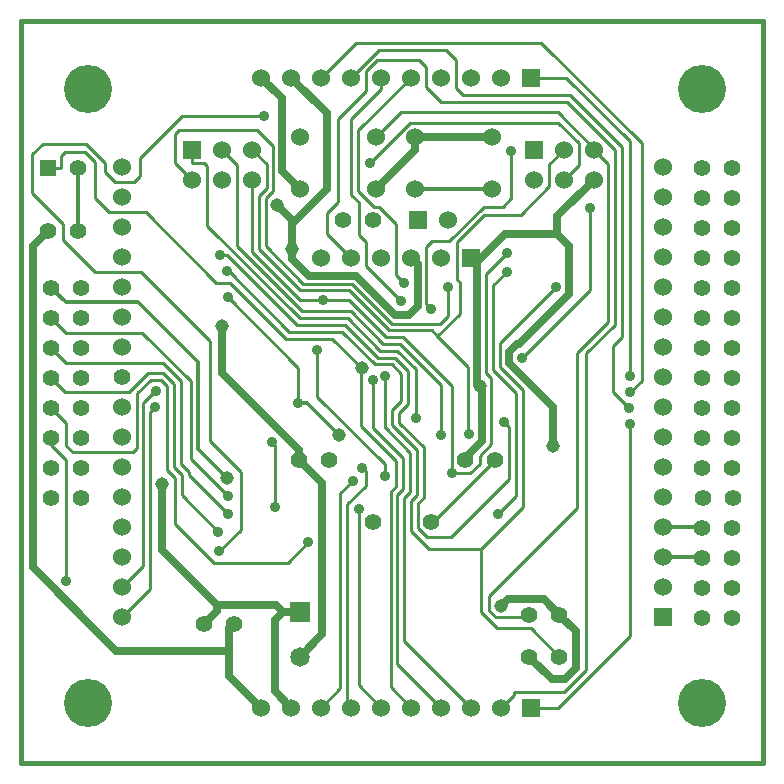
<source format=gbl>
G04 (created by PCBNEW (2013-01-24 BZR 3921)-testing) date Fri 25 Jan 2013 03:38:43 AM CET*
%MOIN*%
G04 Gerber Fmt 3.4, Leading zero omitted, Abs format*
%FSLAX34Y34*%
G01*
G70*
G90*
G04 APERTURE LIST*
%ADD10C,0.00787402*%
%ADD11C,0.015*%
%ADD12C,0.055*%
%ADD13R,0.06X0.06*%
%ADD14C,0.06*%
%ADD15R,0.065X0.065*%
%ADD16C,0.065*%
%ADD17R,0.055X0.055*%
%ADD18C,0.16*%
%ADD19C,0.045*%
%ADD20C,0.035*%
%ADD21C,0.028*%
%ADD22C,0.01*%
%ADD23C,0.014*%
G04 APERTURE END LIST*
G54D10*
G54D11*
X41700Y-21900D02*
X66450Y-21900D01*
X41700Y-46650D02*
X41700Y-21900D01*
X66450Y-46650D02*
X41700Y-46650D01*
X66450Y-21900D02*
X66450Y-46650D01*
G54D12*
X55365Y-38600D03*
X53435Y-38600D03*
G54D13*
X47400Y-26200D03*
G54D14*
X47400Y-27200D03*
X48400Y-26200D03*
X48400Y-27200D03*
X49400Y-26200D03*
X49400Y-27200D03*
G54D13*
X58800Y-26200D03*
G54D14*
X58800Y-27200D03*
X59800Y-26200D03*
X59800Y-27200D03*
X60800Y-26200D03*
X60800Y-27200D03*
G54D12*
X53450Y-28550D03*
X52450Y-28550D03*
X56500Y-36550D03*
X57500Y-36550D03*
X50972Y-36542D03*
X51972Y-36542D03*
G54D15*
X50986Y-41609D03*
G54D16*
X50986Y-43109D03*
G54D12*
X47800Y-42000D03*
X48800Y-42000D03*
G54D17*
X42600Y-26800D03*
G54D12*
X43600Y-26800D03*
X64400Y-34800D03*
X65400Y-34800D03*
X64400Y-35800D03*
X65400Y-35800D03*
X64400Y-36800D03*
X65400Y-36800D03*
X64450Y-37800D03*
X65450Y-37800D03*
X64400Y-38800D03*
X65400Y-38800D03*
X64400Y-39800D03*
X65400Y-39800D03*
X64400Y-40800D03*
X65400Y-40800D03*
X64400Y-41800D03*
X65400Y-41800D03*
X43700Y-30800D03*
X42700Y-30800D03*
X43700Y-31800D03*
X42700Y-31800D03*
X43700Y-32800D03*
X42700Y-32800D03*
X43700Y-33800D03*
X42700Y-33800D03*
X43700Y-34800D03*
X42700Y-34800D03*
X43700Y-35800D03*
X42700Y-35800D03*
X43700Y-36800D03*
X42700Y-36800D03*
X43700Y-37800D03*
X42700Y-37800D03*
X64400Y-26800D03*
X65400Y-26800D03*
X64400Y-27800D03*
X65400Y-27800D03*
X64400Y-28800D03*
X65400Y-28800D03*
X64400Y-29800D03*
X65400Y-29800D03*
X64400Y-30800D03*
X65400Y-30800D03*
X64400Y-31800D03*
X65400Y-31800D03*
X64400Y-32800D03*
X65400Y-32800D03*
X64400Y-33800D03*
X65400Y-33800D03*
X42600Y-28900D03*
X43600Y-28900D03*
X58650Y-41700D03*
X59650Y-41700D03*
G54D18*
X43924Y-24186D03*
X43924Y-44658D03*
X64397Y-24186D03*
X64397Y-44658D03*
G54D12*
X58650Y-43100D03*
X59650Y-43100D03*
G54D14*
X45080Y-26784D03*
X45080Y-27784D03*
X45080Y-28784D03*
X45080Y-29784D03*
X45080Y-30784D03*
X45080Y-31784D03*
X45080Y-32784D03*
X45080Y-34784D03*
X45080Y-35784D03*
X45080Y-36784D03*
X45080Y-37784D03*
X45080Y-38784D03*
X45080Y-39784D03*
X45080Y-40784D03*
X45080Y-41784D03*
X63100Y-26780D03*
X63100Y-27780D03*
X63100Y-28780D03*
X63100Y-29780D03*
X63100Y-30780D03*
X63100Y-31780D03*
X63100Y-32780D03*
X63100Y-33780D03*
X63100Y-34780D03*
X63100Y-35780D03*
X63100Y-36780D03*
X63100Y-37780D03*
X63100Y-38780D03*
X63100Y-39780D03*
X63100Y-40780D03*
G54D13*
X63100Y-41780D03*
G54D12*
X45080Y-33784D03*
G54D14*
X53550Y-25775D03*
X51000Y-25775D03*
X53550Y-27525D03*
X51000Y-27525D03*
X57400Y-25775D03*
X54850Y-25775D03*
X57400Y-27525D03*
X54850Y-27525D03*
G54D13*
X58700Y-23800D03*
G54D14*
X57700Y-23800D03*
X56700Y-23800D03*
X55700Y-23800D03*
X54700Y-23800D03*
X53700Y-23800D03*
X52700Y-23800D03*
X51700Y-23800D03*
X50700Y-23800D03*
X49700Y-23800D03*
G54D13*
X58700Y-44800D03*
G54D14*
X57700Y-44800D03*
X56700Y-44800D03*
X55700Y-44800D03*
X54700Y-44800D03*
X53700Y-44800D03*
X52700Y-44800D03*
X51700Y-44800D03*
X50700Y-44800D03*
X49700Y-44800D03*
G54D13*
X56700Y-29800D03*
G54D14*
X55700Y-29800D03*
X54700Y-29800D03*
X53700Y-29800D03*
X52700Y-29800D03*
X51700Y-29800D03*
G54D13*
X54950Y-28550D03*
G54D14*
X55950Y-28550D03*
G54D19*
X48397Y-32095D03*
X57000Y-34071D03*
X59423Y-36070D03*
G54D20*
X55706Y-35716D03*
X62006Y-35364D03*
X54366Y-31253D03*
X58050Y-26250D03*
X55382Y-31510D03*
X58415Y-33142D03*
X60670Y-28140D03*
X55943Y-30791D03*
X61995Y-34288D03*
X61983Y-34826D03*
G54D19*
X53061Y-33490D03*
G54D20*
X52754Y-37252D03*
X52953Y-38182D03*
X53427Y-33886D03*
X46164Y-34789D03*
X43195Y-40582D03*
X48274Y-38941D03*
X48599Y-37751D03*
X57812Y-35285D03*
X48335Y-29723D03*
G54D19*
X48578Y-37145D03*
G54D20*
X49796Y-25073D03*
X48307Y-39586D03*
X51284Y-39277D03*
X48588Y-38350D03*
X50065Y-35941D03*
X50176Y-38100D03*
X46195Y-34251D03*
X53850Y-33740D03*
X53063Y-36800D03*
X54856Y-35143D03*
X53327Y-26657D03*
X50938Y-34639D03*
X48594Y-31122D03*
X57894Y-30268D03*
X57609Y-38350D03*
G54D19*
X52301Y-35702D03*
G54D20*
X51780Y-31210D03*
X56061Y-36989D03*
X57903Y-29655D03*
X56621Y-35672D03*
X48555Y-30263D03*
X59525Y-30782D03*
X53828Y-37067D03*
X51579Y-32887D03*
X62004Y-33750D03*
X54459Y-30642D03*
G54D19*
X46402Y-37350D03*
X50748Y-29513D03*
X57690Y-41410D03*
X50242Y-28063D03*
G54D21*
X44507Y-42533D02*
X44874Y-42900D01*
X42097Y-40123D02*
X44507Y-42533D01*
X42097Y-29403D02*
X42097Y-40123D01*
X42600Y-28900D02*
X42097Y-29403D01*
X44874Y-42900D02*
X48641Y-42900D01*
X50972Y-36542D02*
X50972Y-36208D01*
X50972Y-36208D02*
X48397Y-33633D01*
X48397Y-33633D02*
X48397Y-32095D01*
X50986Y-43109D02*
X51736Y-42359D01*
X51736Y-42359D02*
X51736Y-37306D01*
X51736Y-37306D02*
X50972Y-36542D01*
X51000Y-27525D02*
X50392Y-26917D01*
X50392Y-26917D02*
X50392Y-24492D01*
X50392Y-24492D02*
X49700Y-23800D01*
X59579Y-29009D02*
X59979Y-29409D01*
X59979Y-29409D02*
X59979Y-31006D01*
X59979Y-31006D02*
X58295Y-32690D01*
X58295Y-32690D02*
X58228Y-32690D01*
X58228Y-32690D02*
X57963Y-32955D01*
X57963Y-32955D02*
X57963Y-33329D01*
X57963Y-33329D02*
X59423Y-34789D01*
X59423Y-34789D02*
X59423Y-36070D01*
X57046Y-29800D02*
X56915Y-29931D01*
X56915Y-29931D02*
X56915Y-33986D01*
X56915Y-33986D02*
X57000Y-34071D01*
X56500Y-36550D02*
X56500Y-36473D01*
X56500Y-36473D02*
X57074Y-35899D01*
X57074Y-35899D02*
X57074Y-34145D01*
X57074Y-34145D02*
X57000Y-34071D01*
X57046Y-29800D02*
X57837Y-29009D01*
X57837Y-29009D02*
X59579Y-29009D01*
X48800Y-42000D02*
X48641Y-42159D01*
X48641Y-42159D02*
X48641Y-42533D01*
X48641Y-42533D02*
X48641Y-42900D01*
X48641Y-42900D02*
X48641Y-43741D01*
X48641Y-43741D02*
X49700Y-44800D01*
X56700Y-29800D02*
X57046Y-29800D01*
X54850Y-25775D02*
X57400Y-25775D01*
X54850Y-25775D02*
X54850Y-26225D01*
X54850Y-26225D02*
X53550Y-27525D01*
X60800Y-27200D02*
X59579Y-28421D01*
X59579Y-28421D02*
X59579Y-29009D01*
G54D22*
X60800Y-26200D02*
X61266Y-26666D01*
X58558Y-41792D02*
X58650Y-41700D01*
X57532Y-41792D02*
X58558Y-41792D01*
X57308Y-41568D02*
X57532Y-41792D01*
X57308Y-41085D02*
X57308Y-41568D01*
X60244Y-38149D02*
X57308Y-41085D01*
X60244Y-32977D02*
X60244Y-38149D01*
X61266Y-31955D02*
X60244Y-32977D01*
X61266Y-26666D02*
X61266Y-31955D01*
X60800Y-26200D02*
X60800Y-26170D01*
X54364Y-24961D02*
X53550Y-25775D01*
X59591Y-24961D02*
X54364Y-24961D01*
X60800Y-26170D02*
X59591Y-24961D01*
X48902Y-26702D02*
X48400Y-26200D01*
X48902Y-29417D02*
X48902Y-26702D01*
X51081Y-31596D02*
X48902Y-29417D01*
X52687Y-31596D02*
X51081Y-31596D01*
X53774Y-32683D02*
X52687Y-31596D01*
X54343Y-32683D02*
X53774Y-32683D01*
X55706Y-34046D02*
X54343Y-32683D01*
X55706Y-35716D02*
X55706Y-34046D01*
X62006Y-42399D02*
X62006Y-35364D01*
X59605Y-44800D02*
X62006Y-42399D01*
X58700Y-44800D02*
X59605Y-44800D01*
X53200Y-30087D02*
X54366Y-31253D01*
X53200Y-29296D02*
X53200Y-30087D01*
X52955Y-29051D02*
X53200Y-29296D01*
X52955Y-27951D02*
X52955Y-29051D01*
X52708Y-27704D02*
X52955Y-27951D01*
X52708Y-25174D02*
X52708Y-27704D01*
X53700Y-24182D02*
X52708Y-25174D01*
X53700Y-23800D02*
X53700Y-24182D01*
X57123Y-28113D02*
X57767Y-28113D01*
X58050Y-27830D02*
X58050Y-26250D01*
X57767Y-28113D02*
X58050Y-27830D01*
X57124Y-28112D02*
X57123Y-28113D01*
X57123Y-28113D02*
X55979Y-29257D01*
X55979Y-29257D02*
X55405Y-29257D01*
X55405Y-29257D02*
X55205Y-29457D01*
X55205Y-29457D02*
X55205Y-31333D01*
X55205Y-31333D02*
X55382Y-31510D01*
X58415Y-33142D02*
X60671Y-30886D01*
X60671Y-30886D02*
X60670Y-28140D01*
X47400Y-27200D02*
X46842Y-26642D01*
X55943Y-31738D02*
X55943Y-30791D01*
X55679Y-32002D02*
X55943Y-31738D01*
X54056Y-32002D02*
X55679Y-32002D01*
X52739Y-30685D02*
X54056Y-32002D01*
X51114Y-30685D02*
X52739Y-30685D01*
X49860Y-29431D02*
X51114Y-30685D01*
X49860Y-27826D02*
X49860Y-29431D01*
X50093Y-27593D02*
X49860Y-27826D01*
X50093Y-26077D02*
X50093Y-27593D01*
X49578Y-25562D02*
X50093Y-26077D01*
X46973Y-25562D02*
X49578Y-25562D01*
X46842Y-25693D02*
X46973Y-25562D01*
X46842Y-26642D02*
X46842Y-25693D01*
X62013Y-34288D02*
X61995Y-34288D01*
X62386Y-33915D02*
X62013Y-34288D01*
X62386Y-25988D02*
X62386Y-33915D01*
X59030Y-22632D02*
X62386Y-25988D01*
X52868Y-22632D02*
X59030Y-22632D01*
X51700Y-23800D02*
X52868Y-22632D01*
X61433Y-34276D02*
X61983Y-34826D01*
X61433Y-32746D02*
X61433Y-34276D01*
X61722Y-32457D02*
X61433Y-32746D01*
X61722Y-26128D02*
X61722Y-32457D01*
X59988Y-24394D02*
X61722Y-26128D01*
X56441Y-24394D02*
X59988Y-24394D01*
X56190Y-24143D02*
X56441Y-24394D01*
X56190Y-23214D02*
X56190Y-24143D01*
X55856Y-22880D02*
X56190Y-23214D01*
X53620Y-22880D02*
X55856Y-22880D01*
X52700Y-23800D02*
X53620Y-22880D01*
X53061Y-33490D02*
X53045Y-33506D01*
X53045Y-33506D02*
X53045Y-35422D01*
X53045Y-35422D02*
X54211Y-36588D01*
X54211Y-36588D02*
X54211Y-37430D01*
X54211Y-37430D02*
X54021Y-37620D01*
X54021Y-37620D02*
X54021Y-44121D01*
X54021Y-44121D02*
X54700Y-44800D01*
X42600Y-26800D02*
X43032Y-26800D01*
X52075Y-32504D02*
X53061Y-33490D01*
X50541Y-32504D02*
X52075Y-32504D01*
X48682Y-30645D02*
X50541Y-32504D01*
X48218Y-30645D02*
X48682Y-30645D01*
X45854Y-28281D02*
X48218Y-30645D01*
X44631Y-28281D02*
X45854Y-28281D01*
X44166Y-27816D02*
X44631Y-28281D01*
X44166Y-26611D02*
X44166Y-27816D01*
X43833Y-26278D02*
X44166Y-26611D01*
X43162Y-26278D02*
X43833Y-26278D01*
X43032Y-26408D02*
X43162Y-26278D01*
X43032Y-26800D02*
X43032Y-26408D01*
X51700Y-44800D02*
X52344Y-44156D01*
X52344Y-37662D02*
X52754Y-37252D01*
X52344Y-44156D02*
X52344Y-37662D01*
X52953Y-38182D02*
X52953Y-44053D01*
X52953Y-44053D02*
X53700Y-44800D01*
X55700Y-44800D02*
X54248Y-43348D01*
X54248Y-43348D02*
X54248Y-37714D01*
X54248Y-37714D02*
X54438Y-37524D01*
X54438Y-37524D02*
X54438Y-36493D01*
X54438Y-36493D02*
X53427Y-35482D01*
X53427Y-35482D02*
X53427Y-33886D01*
X46001Y-34952D02*
X46164Y-34789D01*
X46001Y-40863D02*
X46001Y-34952D01*
X45080Y-41784D02*
X46001Y-40863D01*
X43195Y-36550D02*
X43195Y-40582D01*
X42700Y-36055D02*
X43195Y-36550D01*
X42700Y-36055D02*
X42700Y-35800D01*
X42700Y-33800D02*
X43173Y-34273D01*
X47064Y-37731D02*
X48274Y-38941D01*
X47064Y-37050D02*
X47064Y-37731D01*
X46804Y-36790D02*
X47064Y-37050D01*
X46804Y-33998D02*
X46804Y-36790D01*
X46448Y-33642D02*
X46804Y-33998D01*
X45943Y-33642D02*
X46448Y-33642D01*
X45312Y-34273D02*
X45943Y-33642D01*
X43173Y-34273D02*
X45312Y-34273D01*
X42700Y-31800D02*
X43200Y-32300D01*
X47378Y-36530D02*
X48599Y-37751D01*
X47378Y-33930D02*
X47378Y-36530D01*
X45748Y-32300D02*
X47378Y-33930D01*
X43200Y-32300D02*
X45748Y-32300D01*
G54D23*
X63100Y-38780D02*
X64380Y-38780D01*
X64380Y-38780D02*
X64400Y-38800D01*
G54D22*
X54155Y-33137D02*
X53586Y-33137D01*
X48335Y-29724D02*
X48335Y-29723D01*
X48567Y-29724D02*
X48335Y-29724D01*
X50893Y-32050D02*
X48567Y-29724D01*
X52499Y-32050D02*
X50893Y-32050D01*
X54609Y-33591D02*
X54155Y-33137D01*
X54609Y-34684D02*
X54609Y-33591D01*
X54308Y-34985D02*
X54609Y-34684D01*
X54308Y-35301D02*
X54308Y-34985D01*
X55119Y-36112D02*
X54308Y-35301D01*
X55119Y-37806D02*
X55119Y-36112D01*
X54929Y-37996D02*
X55119Y-37806D01*
X54929Y-38812D02*
X54929Y-37996D01*
X55219Y-39102D02*
X54929Y-38812D01*
X56038Y-39102D02*
X55219Y-39102D01*
X57968Y-37172D02*
X56038Y-39102D01*
X57968Y-35441D02*
X57968Y-37172D01*
X57812Y-35285D02*
X57968Y-35441D01*
X53586Y-33137D02*
X52499Y-32050D01*
G54D23*
X42700Y-30800D02*
X43190Y-31290D01*
X43190Y-31290D02*
X45609Y-31290D01*
X45609Y-31290D02*
X47605Y-33286D01*
X47605Y-33286D02*
X47605Y-36172D01*
X47605Y-36172D02*
X48578Y-37145D01*
G54D22*
X47081Y-25073D02*
X45663Y-26491D01*
X45663Y-26491D02*
X45663Y-27081D01*
X45663Y-27081D02*
X45463Y-27281D01*
X45463Y-27281D02*
X44831Y-27281D01*
X44831Y-27281D02*
X44503Y-26953D01*
X44503Y-26953D02*
X44503Y-26640D01*
X44503Y-26640D02*
X43879Y-26016D01*
X43879Y-26016D02*
X42419Y-26016D01*
X42419Y-26016D02*
X42077Y-26358D01*
X42077Y-26358D02*
X42077Y-27650D01*
X42077Y-27650D02*
X43103Y-28676D01*
X43103Y-28676D02*
X43103Y-29199D01*
X43103Y-29199D02*
X44180Y-30276D01*
X44180Y-30276D02*
X45709Y-30276D01*
X45709Y-30276D02*
X48001Y-32568D01*
X48001Y-32568D02*
X48001Y-35914D01*
X48001Y-35914D02*
X49020Y-36933D01*
X49020Y-36933D02*
X49020Y-38873D01*
X49020Y-38873D02*
X48307Y-39586D01*
X49796Y-25073D02*
X47081Y-25073D01*
X42700Y-34800D02*
X43200Y-35300D01*
X50592Y-39969D02*
X51284Y-39277D01*
X48121Y-39969D02*
X50592Y-39969D01*
X46837Y-38685D02*
X48121Y-39969D01*
X46837Y-37144D02*
X46837Y-38685D01*
X46577Y-36884D02*
X46837Y-37144D01*
X46577Y-34092D02*
X46577Y-36884D01*
X46354Y-33869D02*
X46577Y-34092D01*
X46037Y-33869D02*
X46354Y-33869D01*
X45578Y-34328D02*
X46037Y-33869D01*
X45578Y-36162D02*
X45578Y-34328D01*
X45448Y-36292D02*
X45578Y-36162D01*
X43425Y-36292D02*
X45448Y-36292D01*
X43200Y-36067D02*
X43425Y-36292D01*
X43200Y-35300D02*
X43200Y-36067D01*
X42700Y-32800D02*
X43200Y-33300D01*
X47291Y-37053D02*
X48588Y-38350D01*
X47291Y-36956D02*
X47291Y-37053D01*
X47031Y-36696D02*
X47291Y-36956D01*
X47031Y-33904D02*
X47031Y-36696D01*
X46427Y-33300D02*
X47031Y-33904D01*
X43200Y-33300D02*
X46427Y-33300D01*
X50176Y-36052D02*
X50065Y-35941D01*
X50176Y-38100D02*
X50176Y-36052D01*
G54D23*
X63100Y-39780D02*
X64380Y-39780D01*
X64380Y-39780D02*
X64400Y-39800D01*
G54D22*
X46195Y-34251D02*
X46162Y-34251D01*
X45774Y-40090D02*
X45080Y-40784D01*
X45774Y-34639D02*
X45774Y-40090D01*
X46162Y-34251D02*
X45774Y-34639D01*
X52700Y-29800D02*
X51901Y-29001D01*
X58133Y-44367D02*
X57700Y-44800D01*
X58133Y-44267D02*
X58133Y-44367D01*
X59813Y-44267D02*
X58133Y-44267D01*
X60547Y-43534D02*
X59813Y-44267D01*
X60547Y-32995D02*
X60547Y-43534D01*
X61493Y-32049D02*
X60547Y-32995D01*
X61493Y-26223D02*
X61493Y-32049D01*
X59892Y-24622D02*
X61493Y-26223D01*
X55702Y-24622D02*
X59892Y-24622D01*
X55193Y-24113D02*
X55702Y-24622D01*
X55193Y-23438D02*
X55193Y-24113D01*
X54963Y-23208D02*
X55193Y-23438D01*
X53575Y-23208D02*
X54963Y-23208D01*
X53200Y-23583D02*
X53575Y-23208D01*
X53200Y-24251D02*
X53200Y-23583D01*
X52255Y-25196D02*
X53200Y-24251D01*
X52255Y-27964D02*
X52255Y-25196D01*
X51901Y-28318D02*
X52255Y-27964D01*
X51901Y-29001D02*
X51901Y-28318D01*
X53850Y-33740D02*
X53850Y-35485D01*
X54475Y-42575D02*
X56700Y-44800D01*
X54475Y-42575D02*
X54475Y-37808D01*
X54475Y-37808D02*
X54665Y-37618D01*
X54665Y-37618D02*
X54665Y-36300D01*
X54665Y-36300D02*
X53854Y-35489D01*
X53850Y-35485D02*
X53854Y-35489D01*
X53193Y-36930D02*
X53063Y-36800D01*
X53193Y-37402D02*
X53193Y-36930D01*
X52571Y-38024D02*
X53193Y-37402D01*
X52571Y-44671D02*
X52571Y-38024D01*
X52700Y-44800D02*
X52571Y-44671D01*
X47400Y-26200D02*
X47400Y-26657D01*
X54856Y-33517D02*
X54856Y-35143D01*
X54249Y-32910D02*
X54856Y-33517D01*
X53680Y-32910D02*
X54249Y-32910D01*
X52593Y-31823D02*
X53680Y-32910D01*
X50987Y-31823D02*
X52593Y-31823D01*
X47907Y-28743D02*
X50987Y-31823D01*
X47907Y-26747D02*
X47907Y-28743D01*
X47817Y-26657D02*
X47907Y-26747D01*
X47400Y-26657D02*
X47817Y-26657D01*
X60300Y-26700D02*
X59800Y-27200D01*
X60300Y-25993D02*
X60300Y-26700D01*
X59609Y-25302D02*
X60300Y-25993D01*
X54676Y-25302D02*
X59609Y-25302D01*
X53327Y-26651D02*
X54676Y-25302D01*
X53327Y-26657D02*
X53327Y-26651D01*
G54D23*
X52301Y-35702D02*
X51238Y-34639D01*
X51238Y-34639D02*
X50938Y-34639D01*
G54D22*
X48594Y-31122D02*
X50938Y-33466D01*
X50938Y-33466D02*
X50938Y-34639D01*
X57894Y-30268D02*
X57439Y-30723D01*
X58195Y-37764D02*
X57609Y-38350D01*
X58195Y-34302D02*
X58195Y-37764D01*
X57439Y-33546D02*
X58195Y-34302D01*
X57439Y-30723D02*
X57439Y-33546D01*
X56061Y-36985D02*
X56061Y-36989D01*
X51780Y-31210D02*
X52626Y-31214D01*
X56061Y-36369D02*
X56061Y-36985D01*
X56059Y-36371D02*
X56061Y-36369D01*
X56059Y-34078D02*
X56059Y-36371D01*
X54437Y-32456D02*
X56059Y-34078D01*
X53868Y-32456D02*
X54437Y-32456D01*
X52626Y-31214D02*
X53868Y-32456D01*
X57903Y-29655D02*
X57212Y-30346D01*
X56683Y-36985D02*
X56061Y-36985D01*
X57001Y-36667D02*
X56683Y-36985D01*
X57001Y-36408D02*
X57001Y-36667D01*
X57382Y-36027D02*
X57001Y-36408D01*
X57382Y-33810D02*
X57382Y-36027D01*
X57212Y-33640D02*
X57382Y-33810D01*
X57212Y-30346D02*
X57212Y-33640D01*
X49400Y-27200D02*
X49400Y-29615D01*
X51000Y-31215D02*
X51780Y-31210D01*
X49400Y-29615D02*
X51000Y-31215D01*
X49400Y-26200D02*
X49895Y-26695D01*
X55389Y-32229D02*
X55582Y-32422D01*
X53962Y-32229D02*
X55389Y-32229D01*
X52625Y-30892D02*
X53962Y-32229D01*
X51001Y-30892D02*
X52625Y-30892D01*
X49633Y-29524D02*
X51001Y-30892D01*
X49633Y-27732D02*
X49633Y-29524D01*
X49895Y-27470D02*
X49633Y-27732D01*
X49895Y-26695D02*
X49895Y-27470D01*
X55582Y-32422D02*
X56330Y-31674D01*
X59315Y-26685D02*
X59800Y-26200D01*
X59315Y-27428D02*
X59315Y-26685D01*
X58363Y-28380D02*
X59315Y-27428D01*
X57129Y-28380D02*
X58363Y-28380D01*
X56224Y-29285D02*
X57129Y-28380D01*
X56224Y-30530D02*
X56224Y-29285D01*
X56330Y-30636D02*
X56224Y-30530D01*
X56330Y-31674D02*
X56330Y-30636D01*
X56618Y-35669D02*
X56621Y-35672D01*
X56618Y-33458D02*
X56618Y-35669D01*
X55582Y-32422D02*
X56618Y-33458D01*
X57019Y-39516D02*
X55312Y-39516D01*
X48621Y-30263D02*
X48555Y-30263D01*
X50635Y-32277D02*
X48621Y-30263D01*
X52405Y-32277D02*
X50635Y-32277D01*
X53492Y-33364D02*
X52405Y-32277D01*
X54061Y-33364D02*
X53492Y-33364D01*
X54382Y-33685D02*
X54061Y-33364D01*
X54382Y-34590D02*
X54382Y-33685D01*
X54081Y-34891D02*
X54382Y-34590D01*
X54081Y-35395D02*
X54081Y-34891D01*
X54892Y-36206D02*
X54081Y-35395D01*
X54892Y-37712D02*
X54892Y-36206D01*
X54702Y-37902D02*
X54892Y-37712D01*
X54702Y-38906D02*
X54702Y-37902D01*
X55312Y-39516D02*
X54702Y-38906D01*
X57019Y-39516D02*
X57019Y-41600D01*
X58687Y-42137D02*
X59650Y-43100D01*
X57556Y-42137D02*
X58687Y-42137D01*
X57019Y-41600D02*
X57556Y-42137D01*
X59525Y-30782D02*
X57666Y-32641D01*
X58423Y-38112D02*
X57019Y-39516D01*
X58423Y-34209D02*
X58423Y-38112D01*
X57666Y-33452D02*
X58423Y-34209D01*
X57666Y-32641D02*
X57666Y-33452D01*
X53828Y-36688D02*
X53828Y-37067D01*
X51579Y-34439D02*
X53828Y-36688D01*
X51579Y-32887D02*
X51579Y-34439D01*
G54D23*
X54850Y-27525D02*
X57400Y-27525D01*
G54D22*
X62004Y-25929D02*
X62004Y-33750D01*
X59875Y-23800D02*
X62004Y-25929D01*
X58700Y-23800D02*
X59875Y-23800D01*
X54200Y-30383D02*
X54459Y-30642D01*
X54200Y-28689D02*
X54200Y-30383D01*
X53628Y-28117D02*
X54200Y-28689D01*
X53471Y-28117D02*
X53628Y-28117D01*
X52936Y-27582D02*
X53471Y-28117D01*
X52936Y-25564D02*
X52936Y-27582D01*
X54700Y-23800D02*
X52936Y-25564D01*
X55365Y-38600D02*
X55450Y-38600D01*
X55450Y-38600D02*
X57500Y-36550D01*
G54D23*
X43600Y-26800D02*
X43600Y-28900D01*
G54D21*
X48228Y-41380D02*
X46402Y-39554D01*
X46402Y-39554D02*
X46402Y-37350D01*
X48228Y-41380D02*
X48228Y-41572D01*
X48228Y-41572D02*
X47800Y-42000D01*
X50301Y-41476D02*
X50205Y-41380D01*
X50434Y-41609D02*
X50301Y-41476D01*
X50205Y-41380D02*
X48228Y-41380D01*
X50700Y-44800D02*
X50160Y-44260D01*
X50160Y-41883D02*
X50434Y-41609D01*
X50160Y-44260D02*
X50160Y-41883D01*
X50787Y-28607D02*
X51894Y-27500D01*
X51894Y-27500D02*
X51894Y-24994D01*
X51894Y-24994D02*
X50700Y-23800D01*
X50748Y-29513D02*
X50748Y-28646D01*
X50748Y-28646D02*
X50787Y-28607D01*
X50787Y-28607D02*
X50242Y-28063D01*
X50748Y-29513D02*
X50748Y-29838D01*
X50748Y-29838D02*
X51312Y-30402D01*
X51312Y-30402D02*
X52876Y-30402D01*
X52876Y-30402D02*
X54179Y-31705D01*
X54179Y-31705D02*
X54642Y-31705D01*
X54642Y-31705D02*
X54929Y-31418D01*
X54929Y-31418D02*
X54929Y-30029D01*
X54929Y-30029D02*
X54700Y-29800D01*
X59650Y-41700D02*
X59128Y-41178D01*
X59128Y-41178D02*
X57922Y-41178D01*
X57922Y-41178D02*
X57690Y-41410D01*
X58650Y-43100D02*
X59387Y-43837D01*
X59387Y-43837D02*
X59820Y-43837D01*
X59820Y-43837D02*
X60187Y-43470D01*
X60187Y-43470D02*
X60187Y-42237D01*
X60187Y-42237D02*
X59650Y-41700D01*
X50986Y-41609D02*
X50526Y-41609D01*
X50526Y-41609D02*
X50434Y-41609D01*
M02*

</source>
